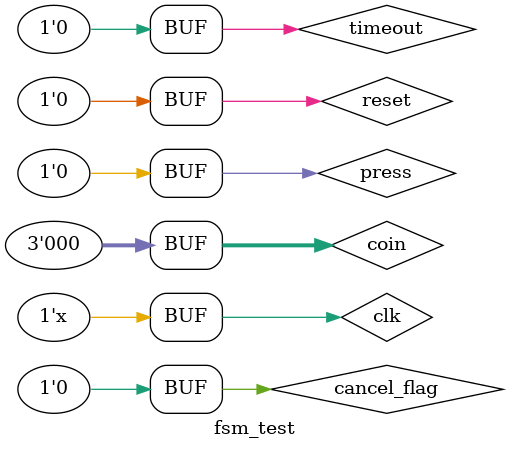
<source format=v>
`timescale 1ns / 1ps
module fsm_test( );
    reg reset;            //ÖÃÎ»ÐÅºÅ
    reg clk;              //Ê±ÖÓ
    reg press;            //È·ÈÏ¹ºÂò
    reg timeout;          //³¬Ê±ÐÅºÅ
    reg cancel_flag;      //È¡Ïû¹ºÂò
    reg [2:0] coin;       //±ÒÖµÐÅºÅ
    wire  run_ind;       //ÔËÐÐÖ¸Ê¾µÆ
    wire  hold_ind;      //Õ¼ÓÃÖ¸Ê¾
    wire  drinktk_ind;  //È¡ÎïÆ·Ö¸Ê¾
    wire  charge_ind;   //ÕÒÁãÖ¸Ê¾
    wire  [1:0] state;   //×´Ì¬
    fsm fsmtest(
     .reset(reset), .clk(clk),
     .coin(coin),
     .cancel_flag(cancel_flag), .press(press), .timeout(timeout),
     .hold_ind(hold_ind), .drinktk_ind(drinktk_ind),
     .charge_ind(charge_ind), .run_ind(run_ind), .state(state)  );
initial begin
    reset = 0;
    clk = 0;
    press = 0;
    timeout = 0;
    cancel_flag = 0;
    coin = 3'b000;
    #30 reset = 1;
    #30 coin = 3'b001;
    #15 coin = 3'b000;
    #50 press = 1;
    #30 press = 0;
    #50 timeout = 1;
    #30 timeout = 0;
    #50 coin = 3'b010;
    #15 coin = 3'b000;
    #30 cancel_flag = 1;
    #50 cancel_flag = 0;
    #100 reset = 0;
end
always #5 clk = ~clk;
endmodule

</source>
